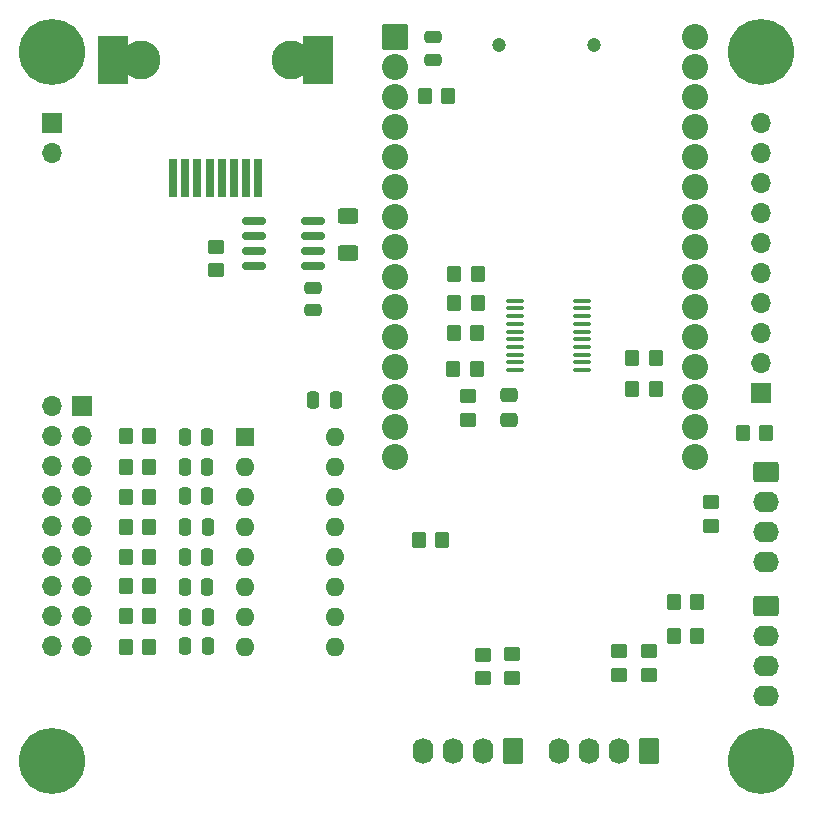
<source format=gbr>
%TF.GenerationSoftware,KiCad,Pcbnew,8.0.0-8.0.0-1~ubuntu20.04.1*%
%TF.CreationDate,2024-06-18T17:36:17-06:00*%
%TF.ProjectId,BioReactify,42696f52-6561-4637-9469-66792e6b6963,rev?*%
%TF.SameCoordinates,Original*%
%TF.FileFunction,Soldermask,Top*%
%TF.FilePolarity,Negative*%
%FSLAX46Y46*%
G04 Gerber Fmt 4.6, Leading zero omitted, Abs format (unit mm)*
G04 Created by KiCad (PCBNEW 8.0.0-8.0.0-1~ubuntu20.04.1) date 2024-06-18 17:36:17*
%MOMM*%
%LPD*%
G01*
G04 APERTURE LIST*
G04 Aperture macros list*
%AMRoundRect*
0 Rectangle with rounded corners*
0 $1 Rounding radius*
0 $2 $3 $4 $5 $6 $7 $8 $9 X,Y pos of 4 corners*
0 Add a 4 corners polygon primitive as box body*
4,1,4,$2,$3,$4,$5,$6,$7,$8,$9,$2,$3,0*
0 Add four circle primitives for the rounded corners*
1,1,$1+$1,$2,$3*
1,1,$1+$1,$4,$5*
1,1,$1+$1,$6,$7*
1,1,$1+$1,$8,$9*
0 Add four rect primitives between the rounded corners*
20,1,$1+$1,$2,$3,$4,$5,0*
20,1,$1+$1,$4,$5,$6,$7,0*
20,1,$1+$1,$6,$7,$8,$9,0*
20,1,$1+$1,$8,$9,$2,$3,0*%
G04 Aperture macros list end*
%ADD10C,3.300000*%
%ADD11RoundRect,0.050000X0.325000X1.525000X-0.325000X1.525000X-0.325000X-1.525000X0.325000X-1.525000X0*%
%ADD12RoundRect,0.050000X1.250000X1.945000X-1.250000X1.945000X-1.250000X-1.945000X1.250000X-1.945000X0*%
%ADD13RoundRect,0.250000X0.250000X0.475000X-0.250000X0.475000X-0.250000X-0.475000X0.250000X-0.475000X0*%
%ADD14RoundRect,0.250000X-0.350000X-0.450000X0.350000X-0.450000X0.350000X0.450000X-0.350000X0.450000X0*%
%ADD15RoundRect,0.250000X0.350000X0.450000X-0.350000X0.450000X-0.350000X-0.450000X0.350000X-0.450000X0*%
%ADD16RoundRect,0.250000X0.450000X-0.350000X0.450000X0.350000X-0.450000X0.350000X-0.450000X-0.350000X0*%
%ADD17RoundRect,0.250000X-0.450000X0.350000X-0.450000X-0.350000X0.450000X-0.350000X0.450000X0.350000X0*%
%ADD18RoundRect,0.250000X-0.475000X0.337500X-0.475000X-0.337500X0.475000X-0.337500X0.475000X0.337500X0*%
%ADD19RoundRect,0.250000X-0.475000X0.250000X-0.475000X-0.250000X0.475000X-0.250000X0.475000X0.250000X0*%
%ADD20RoundRect,0.250000X-0.845000X0.620000X-0.845000X-0.620000X0.845000X-0.620000X0.845000X0.620000X0*%
%ADD21O,2.190000X1.740000*%
%ADD22RoundRect,0.102000X-1.000000X-1.000000X1.000000X-1.000000X1.000000X1.000000X-1.000000X1.000000X0*%
%ADD23C,2.204000*%
%ADD24RoundRect,0.150000X0.825000X0.150000X-0.825000X0.150000X-0.825000X-0.150000X0.825000X-0.150000X0*%
%ADD25RoundRect,0.250000X0.620000X0.845000X-0.620000X0.845000X-0.620000X-0.845000X0.620000X-0.845000X0*%
%ADD26O,1.740000X2.190000*%
%ADD27C,3.600000*%
%ADD28C,5.600000*%
%ADD29RoundRect,0.100000X0.637500X0.100000X-0.637500X0.100000X-0.637500X-0.100000X0.637500X-0.100000X0*%
%ADD30R,1.600000X1.600000*%
%ADD31O,1.600000X1.600000*%
%ADD32RoundRect,0.250000X-0.625000X0.400000X-0.625000X-0.400000X0.625000X-0.400000X0.625000X0.400000X0*%
%ADD33C,1.200000*%
%ADD34R,1.700000X1.700000*%
%ADD35O,1.700000X1.700000*%
G04 APERTURE END LIST*
D10*
%TO.C,IC1*%
X165159900Y-25710950D03*
X152459900Y-25710950D03*
D11*
X155239900Y-35690950D03*
X156260000Y-35690950D03*
X157279800Y-35690950D03*
X158299800Y-35690950D03*
X159319900Y-35690950D03*
X160340000Y-35690950D03*
X161359800Y-35690950D03*
X162379800Y-35690950D03*
D12*
X167470000Y-25710950D03*
X150150000Y-25710950D03*
%TD*%
D13*
%TO.C,C10*%
X158140000Y-75335000D03*
X156240000Y-75335000D03*
%TD*%
D14*
%TO.C,R3*%
X178980000Y-48760000D03*
X180980000Y-48760000D03*
%TD*%
%TO.C,R4*%
X203440000Y-57280000D03*
X205440000Y-57280000D03*
%TD*%
D15*
%TO.C,R26*%
X178000000Y-66360000D03*
X176000000Y-66360000D03*
%TD*%
%TO.C,R6*%
X196110000Y-53580000D03*
X194110000Y-53580000D03*
%TD*%
%TO.C,R22*%
X153200000Y-67725000D03*
X151200000Y-67725000D03*
%TD*%
D13*
%TO.C,C8*%
X158090000Y-70285000D03*
X156190000Y-70285000D03*
%TD*%
%TO.C,C7*%
X158090000Y-67780000D03*
X156190000Y-67780000D03*
%TD*%
D15*
%TO.C,R25*%
X153200000Y-75375000D03*
X151200000Y-75375000D03*
%TD*%
D16*
%TO.C,R5*%
X200760000Y-65120000D03*
X200760000Y-63120000D03*
%TD*%
D14*
%TO.C,R15*%
X179010000Y-46240000D03*
X181010000Y-46240000D03*
%TD*%
D15*
%TO.C,R18*%
X153200000Y-57525000D03*
X151200000Y-57525000D03*
%TD*%
D17*
%TO.C,R13*%
X183950000Y-76010000D03*
X183950000Y-78010000D03*
%TD*%
%TO.C,R2*%
X180150000Y-54160000D03*
X180150000Y-56160000D03*
%TD*%
%TO.C,R10*%
X195520000Y-75730000D03*
X195520000Y-77730000D03*
%TD*%
D15*
%TO.C,R27*%
X178510000Y-28770000D03*
X176510000Y-28770000D03*
%TD*%
D18*
%TO.C,C1*%
X183620000Y-54085000D03*
X183620000Y-56160000D03*
%TD*%
D16*
%TO.C,R17*%
X158850000Y-43500000D03*
X158850000Y-41500000D03*
%TD*%
D19*
%TO.C,C11*%
X167040000Y-44950000D03*
X167040000Y-46850000D03*
%TD*%
D20*
%TO.C,I2C0*%
X205450000Y-60580000D03*
D21*
X205450000Y-63120000D03*
X205450000Y-65660000D03*
X205450000Y-68200000D03*
%TD*%
D13*
%TO.C,C4*%
X158090000Y-60135000D03*
X156190000Y-60135000D03*
%TD*%
D22*
%TO.C,U1*%
X174007500Y-23714250D03*
D23*
X174007500Y-26254250D03*
X174007500Y-28794250D03*
X174007500Y-31334250D03*
X174007500Y-33874250D03*
X174007500Y-36414250D03*
X174007500Y-38954250D03*
X174007500Y-41494250D03*
X174007500Y-44034250D03*
X174007500Y-46574250D03*
X174007500Y-49114250D03*
X174007500Y-51654250D03*
X174007500Y-54194250D03*
X174007500Y-56734250D03*
X174007500Y-59274250D03*
X199407500Y-59274250D03*
X199407500Y-56734250D03*
X199407500Y-54194250D03*
X199407500Y-51654250D03*
X199407500Y-49114250D03*
X199407500Y-46574250D03*
X199407500Y-44034250D03*
X199407500Y-41494250D03*
X199407500Y-38954250D03*
X199407500Y-36414250D03*
X199407500Y-33874250D03*
X199407500Y-31334250D03*
X199407500Y-28794250D03*
X199407500Y-26254250D03*
X199407500Y-23714250D03*
%TD*%
D14*
%TO.C,R8*%
X197590000Y-74480000D03*
X199590000Y-74480000D03*
%TD*%
D19*
%TO.C,C12*%
X177200000Y-23750000D03*
X177200000Y-25650000D03*
%TD*%
D13*
%TO.C,C3*%
X158090000Y-57585000D03*
X156190000Y-57585000D03*
%TD*%
D14*
%TO.C,R7*%
X197590000Y-71600000D03*
X199590000Y-71600000D03*
%TD*%
D15*
%TO.C,R23*%
X153200000Y-70225000D03*
X151200000Y-70225000D03*
%TD*%
D14*
%TO.C,R1*%
X178950000Y-51840000D03*
X180950000Y-51840000D03*
%TD*%
D24*
%TO.C,U3*%
X167025000Y-43105000D03*
X167025000Y-41835000D03*
X167025000Y-40565000D03*
X167025000Y-39295000D03*
X162075000Y-39295000D03*
X162075000Y-40565000D03*
X162075000Y-41835000D03*
X162075000Y-43105000D03*
%TD*%
D15*
%TO.C,R24*%
X153200000Y-72775000D03*
X151200000Y-72775000D03*
%TD*%
D25*
%TO.C,I2C2*%
X195480000Y-84150000D03*
D26*
X192940000Y-84150000D03*
X190400000Y-84150000D03*
X187860000Y-84150000D03*
%TD*%
D13*
%TO.C,C2*%
X169000000Y-54500000D03*
X167100000Y-54500000D03*
%TD*%
D27*
%TO.C,H3*%
X145000000Y-25000000D03*
D28*
X145000000Y-25000000D03*
%TD*%
D13*
%TO.C,C5*%
X158090000Y-62635000D03*
X156190000Y-62635000D03*
%TD*%
D27*
%TO.C,H4*%
X145000000Y-85000000D03*
D28*
X145000000Y-85000000D03*
%TD*%
D29*
%TO.C,U2*%
X189862500Y-51925000D03*
X189862500Y-51275000D03*
X189862500Y-50625000D03*
X189862500Y-49975000D03*
X189862500Y-49325000D03*
X189862500Y-48675000D03*
X189862500Y-48025000D03*
X189862500Y-47375000D03*
X189862500Y-46725000D03*
X189862500Y-46075000D03*
X184137500Y-46075000D03*
X184137500Y-46725000D03*
X184137500Y-47375000D03*
X184137500Y-48025000D03*
X184137500Y-48675000D03*
X184137500Y-49325000D03*
X184137500Y-49975000D03*
X184137500Y-50625000D03*
X184137500Y-51275000D03*
X184137500Y-51925000D03*
%TD*%
D17*
%TO.C,R14*%
X181440000Y-76030000D03*
X181440000Y-78030000D03*
%TD*%
D15*
%TO.C,R19*%
X153200000Y-60125000D03*
X151200000Y-60125000D03*
%TD*%
D17*
%TO.C,R11*%
X192970000Y-75750000D03*
X192970000Y-77750000D03*
%TD*%
D30*
%TO.C,U4*%
X161300000Y-57600000D03*
D31*
X161300000Y-60140000D03*
X161300000Y-62680000D03*
X161300000Y-65220000D03*
X161300000Y-67760000D03*
X161300000Y-70300000D03*
X161300000Y-72840000D03*
X161300000Y-75380000D03*
X168920000Y-75380000D03*
X168920000Y-72840000D03*
X168920000Y-70300000D03*
X168920000Y-67760000D03*
X168920000Y-65220000D03*
X168920000Y-62680000D03*
X168920000Y-60140000D03*
X168920000Y-57600000D03*
%TD*%
D15*
%TO.C,R9*%
X196110000Y-50940000D03*
X194110000Y-50940000D03*
%TD*%
D27*
%TO.C,H2*%
X205000000Y-85000000D03*
D28*
X205000000Y-85000000D03*
%TD*%
D27*
%TO.C,H1*%
X205000000Y-25000000D03*
D28*
X205000000Y-25000000D03*
%TD*%
D14*
%TO.C,R12*%
X179030000Y-43830000D03*
X181030000Y-43830000D03*
%TD*%
D15*
%TO.C,R20*%
X153200000Y-62675000D03*
X151200000Y-62675000D03*
%TD*%
D32*
%TO.C,R16*%
X170012500Y-38900000D03*
X170012500Y-42000000D03*
%TD*%
D20*
%TO.C,I2C1*%
X205430000Y-71930000D03*
D21*
X205430000Y-74470000D03*
X205430000Y-77010000D03*
X205430000Y-79550000D03*
%TD*%
D13*
%TO.C,C6*%
X158150000Y-65230000D03*
X156250000Y-65230000D03*
%TD*%
D25*
%TO.C,I2C3*%
X183970000Y-84220000D03*
D26*
X181430000Y-84220000D03*
X178890000Y-84220000D03*
X176350000Y-84220000D03*
%TD*%
D13*
%TO.C,C9*%
X158140000Y-72835000D03*
X156240000Y-72835000D03*
%TD*%
D15*
%TO.C,R21*%
X153200000Y-65225000D03*
X151200000Y-65225000D03*
%TD*%
D33*
%TO.C,J3*%
X182820000Y-24380000D03*
X190820000Y-24380000D03*
%TD*%
D34*
%TO.C,J4*%
X145000000Y-31000000D03*
D35*
X145000000Y-33540000D03*
%TD*%
D34*
%TO.C,J1*%
X147540000Y-55000000D03*
D35*
X145000000Y-55000000D03*
X147540000Y-57540000D03*
X145000000Y-57540000D03*
X147540000Y-60080000D03*
X145000000Y-60080000D03*
X147540000Y-62620000D03*
X145000000Y-62620000D03*
X147540000Y-65160000D03*
X145000000Y-65160000D03*
X147540000Y-67700000D03*
X145000000Y-67700000D03*
X147540000Y-70240000D03*
X145000000Y-70240000D03*
X147540000Y-72780000D03*
X145000000Y-72780000D03*
X147540000Y-75320000D03*
X145000000Y-75320000D03*
%TD*%
D34*
%TO.C,J2*%
X205000000Y-53860000D03*
D35*
X205000000Y-51320000D03*
X205000000Y-48780000D03*
X205000000Y-46240000D03*
X205000000Y-43700000D03*
X205000000Y-41160000D03*
X205000000Y-38620000D03*
X205000000Y-36080000D03*
X205000000Y-33540000D03*
X205000000Y-31000000D03*
%TD*%
M02*

</source>
